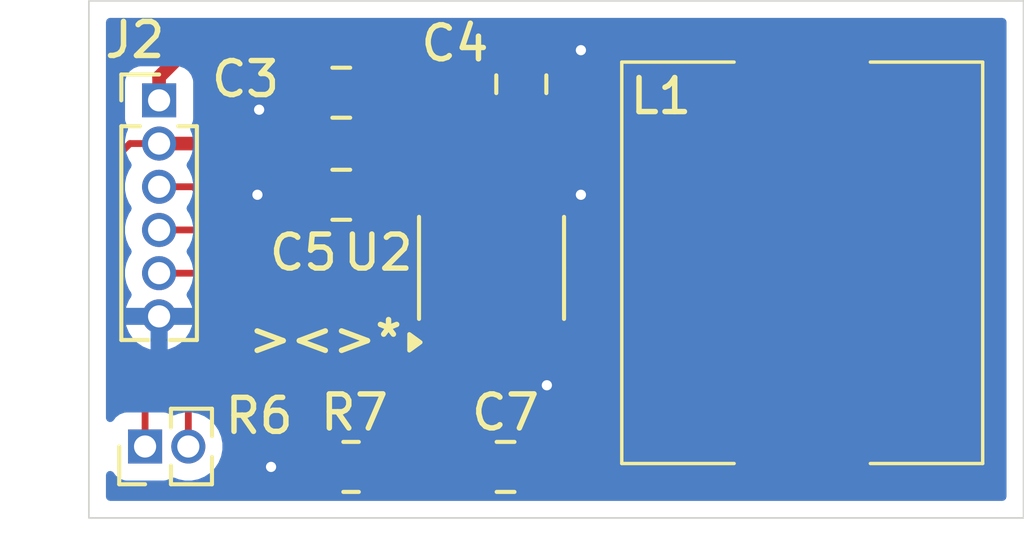
<source format=kicad_pcb>
(kicad_pcb (version 20241229) (generator "pcbnew") (generator_version "9.0")
  (layers (0 "F.Cu" signal) (2 "B.Cu" signal) (13 "F.Paste" user) (15 "B.Paste" user) (5 "F.SilkS" user "F.Silkscreen") (7 "B.SilkS" user "B.Silkscreen") (1 "F.Mask" user) (3 "B.Mask" user) (25 "Edge.Cuts" user))
  (net 0 "")
  (net 1 "GND")
  (net 2 "Net-(U2-AUX)")
  (net 3 "Net-(U2-LDO)")
  (net 4 "SHDN")
  (net 5 "Net-(U2-SWITCH)")
  (net 7 "VOUT")
  (net 8 "VIN")
  (net 9 "FB")
  (net 10 "MPPC")
  (footprint "Capacitor_SMD:C_0805_2012Metric_Pad1.18x1.45mm_HandSolder" (layer "F.Cu") (at 138.7125 93.5 180)
    (property "Reference" "C5" (at 1.1125 -1.7 0) (layer "F.SilkS") (effects (font (thickness 0.16))))
    (property "Value" "1u")
    (fp_line (start -0.261252 0.735) (end 0.261252 0.735) (stroke (width 0.12)) (layer "F.SilkS"))
    (fp_line (start -0.261252 -0.735) (end 0.261252 -0.735) (stroke (width 0.12)) (layer "F.SilkS"))
    (pad "1" smd roundrect (at -1.0375 0 180) (size 1.175 1.45) (layers "F.Cu" "F.Mask" "F.Paste") (roundrect_rratio 0.212766) (net 2 "Net-(U2-AUX)"))
    (pad "2" smd roundrect (at 1.0375 0 180) (size 1.175 1.45) (layers "F.Cu" "F.Mask" "F.Paste") (roundrect_rratio 0.212766) (net 1 "GND"))
  )
  (footprint "Capacitor_SMD:C_0805_2012Metric_Pad1.18x1.45mm_HandSolder" (layer "F.Cu") (at 138.7125 90.5)
    (property "Reference" "C3" (at -2.8125 -0.4 0) (layer "F.SilkS") (effects (font (thickness 0.16))))
    (property "Value" "100u")
    (fp_line (start -0.261252 -0.735) (end 0.261252 -0.735) (stroke (width 0.12)) (layer "F.SilkS"))
    (fp_line (start -0.261252 0.735) (end 0.261252 0.735) (stroke (width 0.12)) (layer "F.SilkS"))
    (pad "1" smd roundrect (at -1.0375 0) (size 1.175 1.45) (layers "F.Cu" "F.Mask" "F.Paste") (roundrect_rratio 0.212766) (net 1 "GND"))
    (pad "2" smd roundrect (at 1.0375 0) (size 1.175 1.45) (layers "F.Cu" "F.Mask" "F.Paste") (roundrect_rratio 0.212766) (net 7 "VOUT"))
  )
  (footprint "Connector_PinHeader_1.27mm:PinHeader_1x06_P1.27mm_Vertical" (layer "F.Cu") (at 133.362029 90.724865)
    (property "Reference" "J2" (at -0.712029 -1.774865 0) (layer "F.SilkS") (effects (font (thickness 0.16))))
    (property "Value" "Conn_01x06")
    (fp_line (start -1.11 -0.76) (end 0 -0.76) (stroke (width 0.12)) (layer "F.SilkS"))
    (fp_line (start -1.11 0) (end -1.11 -0.76) (stroke (width 0.12)) (layer "F.SilkS"))
    (fp_line (start -1.11 0.76) (end -1.11 7.045) (stroke (width 0.12)) (layer "F.SilkS"))
    (fp_line (start -1.11 0.76) (end -0.563471 0.76) (stroke (width 0.12)) (layer "F.SilkS"))
    (fp_line (start -1.11 7.045) (end -0.30753 7.045) (stroke (width 0.12)) (layer "F.SilkS"))
    (fp_line (start 0.30753 7.045) (end 1.11 7.045) (stroke (width 0.12)) (layer "F.SilkS"))
    (fp_line (start 0.563471 0.76) (end 1.11 0.76) (stroke (width 0.12)) (layer "F.SilkS"))
    (fp_line (start 1.11 0.76) (end 1.11 7.045) (stroke (width 0.12)) (layer "F.SilkS"))
    (pad "1" thru_hole rect (at 0 0) (size 1 1) (drill 0.65) (layers "*.Cu" "*.Mask") (net 8 "VIN"))
    (pad "2" thru_hole oval (at 0 1.27) (size 1 1) (drill 0.65) (layers "*.Cu" "*.Mask") (net 7 "VOUT"))
    (pad "3" thru_hole oval (at 0 2.54) (size 1 1) (drill 0.65) (layers "*.Cu" "*.Mask") (net 10 "MPPC"))
    (pad "4" thru_hole oval (at 0 3.81) (size 1 1) (drill 0.65) (layers "*.Cu" "*.Mask") (net 4 "SHDN"))
    (pad "5" thru_hole oval (at 0 5.08) (size 1 1) (drill 0.65) (layers "*.Cu" "*.Mask") (net 9 "FB"))
    (pad "6" thru_hole oval (at 0 6.35) (size 1 1) (drill 0.65) (layers "*.Cu" "*.Mask") (net 1 "GND"))
  )
  (footprint "Connector_PinHeader_1.27mm:PinHeader_1x02_P1.27mm_Vertical" (layer "F.Cu") (at 132.95 100.9 90)
    (property "Reference" "R6" (at 0.9 3.35 180) (layer "F.SilkS") (effects (font (thickness 0.16))))
    (property "Value" "910k")
    (fp_line (start -1.11 -0.76) (end 0 -0.76) (stroke (width 0.12)) (layer "F.SilkS"))
    (fp_line (start -1.11 0) (end -1.11 -0.76) (stroke (width 0.12)) (layer "F.SilkS"))
    (fp_line (start 1.11 0.76) (end 1.11 1.965) (stroke (width 0.12)) (layer "F.SilkS"))
    (fp_line (start 0.563471 0.76) (end 1.11 0.76) (stroke (width 0.12)) (layer "F.SilkS"))
    (fp_line (start -1.11 0.76) (end -0.563471 0.76) (stroke (width 0.12)) (layer "F.SilkS"))
    (fp_line (start -1.11 0.76) (end -1.11 1.965) (stroke (width 0.12)) (layer "F.SilkS"))
    (fp_line (start 0.30753 1.965) (end 1.11 1.965) (stroke (width 0.12)) (layer "F.SilkS"))
    (fp_line (start -1.11 1.965) (end -0.30753 1.965) (stroke (width 0.12)) (layer "F.SilkS"))
    (pad "1" thru_hole rect (at 0 0 90) (size 1 1) (drill 0.65) (layers "*.Cu" "*.Mask") (net 7 "VOUT"))
    (pad "2" thru_hole oval (at 0 1.27 90) (size 1 1) (drill 0.65) (layers "*.Cu" "*.Mask") (net 9 "FB"))
  )
  (footprint "Capacitor_SMD:C_0805_2012Metric_Pad1.18x1.45mm_HandSolder" (layer "F.Cu") (at 143.5375 101.5)
    (property "Reference" "C7" (at 0 -1.6 0) (layer "F.SilkS") (effects (font (thickness 0.16))))
    (property "Value" "4.7u")
    (fp_line (start -0.261252 -0.735) (end 0.261252 -0.735) (stroke (width 0.12)) (layer "F.SilkS"))
    (fp_line (start -0.261252 0.735) (end 0.261252 0.735) (stroke (width 0.12)) (layer "F.SilkS"))
    (pad "1" smd roundrect (at -1.0375 0) (size 1.175 1.45) (layers "F.Cu" "F.Mask" "F.Paste") (roundrect_rratio 0.212766) (net 3 "Net-(U2-LDO)"))
    (pad "2" smd roundrect (at 1.0375 0) (size 1.175 1.45) (layers "F.Cu" "F.Mask" "F.Paste") (roundrect_rratio 0.212766) (net 1 "GND"))
  )
  (footprint "Resistor_SMD:R_0805_2012Metric_Pad1.20x1.40mm_HandSolder" (layer "F.Cu") (at 139 101.5 180)
    (property "Reference" "R7" (at -0.1 1.6 0) (layer "F.SilkS") (effects (font (thickness 0.16))))
    (property "Value" "220k")
    (fp_line (start -0.227064 0.735) (end 0.227064 0.735) (stroke (width 0.12)) (layer "F.SilkS"))
    (fp_line (start -0.227064 -0.735) (end 0.227064 -0.735) (stroke (width 0.12)) (layer "F.SilkS"))
    (pad "1" smd roundrect (at -1 0 180) (size 1.2 1.4) (layers "F.Cu" "F.Mask" "F.Paste") (roundrect_rratio 0.208333) (net 9 "FB"))
    (pad "2" smd roundrect (at 1 0 180) (size 1.2 1.4) (layers "F.Cu" "F.Mask" "F.Paste") (roundrect_rratio 0.208333) (net 1 "GND"))
  )
  (footprint "Joule Thief-Library:Power_Inductor_101040" (layer "F.Cu") (at 152.25 95.5 -90)
    (property "Reference" "L1" (at -4.9 4.15 0) (layer "F.SilkS") (effects (font (thickness 0.16))))
    (property "Value" "10u")
    (fp_line (start -5.9 5.3) (end 5.9 5.3) (stroke (width 0.1)) (layer "F.SilkS"))
    (fp_line (start -5.9 2) (end -5.9 5.3) (stroke (width 0.1)) (layer "F.SilkS"))
    (fp_line (start 5.9 2) (end 5.9 5.3) (stroke (width 0.1)) (layer "F.SilkS"))
    (fp_line (start -5.9 -2) (end -5.9 -5.3) (stroke (width 0.1)) (layer "F.SilkS"))
    (fp_line (start 5.9 -2) (end 5.9 -5.3) (stroke (width 0.1)) (layer "F.SilkS"))
    (fp_line (start 5.9 -5.3) (end -5.9 -5.3) (stroke (width 0.1)) (layer "F.SilkS"))
    (pad "1" smd roundrect (at -4.75 0) (size 3.5 4) (layers "F.Cu" "F.Mask" "F.Paste") (roundrect_rratio 0.15) (net 8 "VIN"))
    (pad "2" smd roundrect (at 4.75 0) (size 3.5 4) (layers "F.Cu" "F.Mask" "F.Paste") (roundrect_rratio 0.15) (net 5 "Net-(U2-SWITCH)"))
  )
  (footprint "Capacitor_SMD:C_0805_2012Metric_Pad1.18x1.45mm_HandSolder" (layer "F.Cu") (at 144 90.25 90)
    (property "Reference" "C4" (at 1.2 -1.95 180) (layer "F.SilkS") (effects (font (thickness 0.16))))
    (property "Value" "10u")
    (fp_line (start -0.261252 -0.735) (end 0.261252 -0.735) (stroke (width 0.12)) (layer "F.SilkS"))
    (fp_line (start -0.261252 0.735) (end 0.261252 0.735) (stroke (width 0.12)) (layer "F.SilkS"))
    (pad "1" smd roundrect (at -1.0375 0 90) (size 1.175 1.45) (layers "F.Cu" "F.Mask" "F.Paste") (roundrect_rratio 0.212766) (net 8 "VIN"))
    (pad "2" smd roundrect (at 1.0375 0 90) (size 1.175 1.45) (layers "F.Cu" "F.Mask" "F.Paste") (roundrect_rratio 0.212766) (net 1 "GND"))
  )
  (footprint "Package_SO:MSOP-12_3x4.039mm_P0.65mm" (layer "F.Cu") (at 143.125 95.65 90)
    (property "Reference" "U2" (at 0.45 -3.325 180) (layer "F.SilkS") (effects (font (thickness 0.16))))
    (property "Value" "LTC3105xMS")
    (fp_line (start 0 -2.1295) (end 1.5 -2.1295) (stroke (width 0.12)) (layer "F.SilkS"))
    (fp_line (start 0 -2.1295) (end -1.5 -2.1295) (stroke (width 0.12)) (layer "F.SilkS"))
    (fp_line (start 0 2.1295) (end 1.5 2.1295) (stroke (width 0.12)) (layer "F.SilkS"))
    (fp_line (start 0 2.1295) (end -1.5 2.1295) (stroke (width 0.12)) (layer "F.SilkS"))
    (fp_poly (pts (xy -2.1875 -2.085) (xy -2.4275 -2.415) (xy -1.9475 -2.415) (xy -2.1875 -2.085)) (stroke (width 0.12)) (fill yes) (layer "F.SilkS"))
    (pad "1" smd roundrect (at -2.15 -1.625 90) (size 1.45 0.4) (layers "F.Cu" "F.Mask" "F.Paste") (net 9 "FB"))
    (pad "2" smd roundrect (at -2.15 -0.975 90) (size 1.45 0.4) (layers "F.Cu" "F.Mask" "F.Paste") (net 3 "Net-(U2-LDO)"))
    (pad "3" smd roundrect (at -2.15 -0.325 90) (size 1.45 0.4) (layers "F.Cu" "F.Mask" "F.Paste") (net 1 "GND"))
    (pad "4" smd roundrect (at -2.15 0.325 90) (size 1.45 0.4) (layers "F.Cu" "F.Mask" "F.Paste") (net 4 "SHDN"))
    (pad "5" smd roundrect (at -2.15 0.975 90) (size 1.45 0.4) (layers "F.Cu" "F.Mask" "F.Paste") (net 10 "MPPC"))
    (pad "6" smd roundrect (at -2.15 1.625 90) (size 1.45 0.4) (layers "F.Cu" "F.Mask" "F.Paste") (net 1 "GND"))
    (pad "7" smd roundrect (at 2.15 1.625 90) (size 1.45 0.4) (layers "F.Cu" "F.Mask" "F.Paste") (net 1 "GND"))
    (pad "8" smd roundrect (at 2.15 0.975 90) (size 1.45 0.4) (layers "F.Cu" "F.Mask" "F.Paste") (net 8 "VIN"))
    (pad "9" smd roundrect (at 2.15 0.325 90) (size 1.45 0.4) (layers "F.Cu" "F.Mask" "F.Paste") (net 5 "Net-(U2-SWITCH)"))
    (pad "10" smd roundrect (at 2.15 -0.325 90) (size 1.45 0.4) (layers "F.Cu" "F.Mask" "F.Paste"))
    (pad "11" smd roundrect (at 2.15 -0.975 90) (size 1.45 0.4) (layers "F.Cu" "F.Mask" "F.Paste") (net 7 "VOUT"))
    (pad "12" smd roundrect (at 2.15 -1.625 90) (size 1.45 0.4) (layers "F.Cu" "F.Mask" "F.Paste") (net 2 "Net-(U2-AUX)"))
  )
  (gr_rect (start 131.3 87.8) (end 158.75 103) (stroke (width 0.05)) (fill no) (layer "Edge.Cuts"))
  (gr_text "><>*" (at 135.9 98.3 0) (layer "F.SilkS") (effects (font (size 1 1) (thickness 0.16)) (justify left bottom)))
  (segment (start 142.8 98.9) (end 143 99.1) (width 0.4) (layer "F.Cu") (net 1))
  (segment (start 144.575 101.5) (end 144.75 101.325) (width 0.2) (layer "F.Cu") (net 1))
  (segment (start 138 101.5) (end 136.65 101.5) (width 0.4) (layer "F.Cu") (net 1))
  (segment (start 133.55 97.262836) (end 133.362029 97.074865) (width 0.2) (layer "F.Cu") (net 1))
  (segment (start 137.675 90.5) (end 137.425 90.75) (width 0.2) (layer "F.Cu") (net 1))
  (segment (start 144 89.2125) (end 144.0375 89.25) (width 0.2) (layer "F.Cu") (net 1))
  (segment (start 142.8 97.8) (end 142.8 98.9) (width 0.4) (layer "F.Cu") (net 1))
  (segment (start 144.75 99.25) (end 144.75 99.1) (width 0.2) (layer "F.Cu") (net 1))
  (segment (start 144.0375 89.25) (end 145.75 89.25) (width 0.4) (layer "F.Cu") (net 1))
  (segment (start 144.75 99.1) (end 144.75 97.8) (width 0.4) (layer "F.Cu") (net 1))
  (segment (start 144.75 101.325) (end 144.75 99.25) (width 0.4) (layer "F.Cu") (net 1))
  (segment (start 136.6 91) (end 136.3 91) (width 0.2) (layer "F.Cu") (net 1))
  (segment (start 137.675 90.5) (end 137.175 91) (width 0.2) (layer "F.Cu") (net 1))
  (segment (start 143 99.1) (end 144.75 99.1) (width 0.4) (layer "F.Cu") (net 1))
  (segment (start 137.675 93.5) (end 136.25 93.5) (width 0.4) (layer "F.Cu") (net 1))
  (segment (start 137.175 91) (end 136.6 91) (width 0.4) (layer "F.Cu") (net 1))
  (segment (start 144.75 93.5) (end 145.75 93.5) (width 0.4) (layer "F.Cu") (net 1))
  (via (at 136.3 91) (size 0.6) (drill 0.3) (layers "F.Cu" "B.Cu") (net 1))
  (via (at 144.75 99.1) (size 0.6) (drill 0.3) (layers "F.Cu" "B.Cu") (net 1))
  (via (at 145.75 93.5) (size 0.6) (drill 0.3) (layers "F.Cu" "B.Cu") (net 1))
  (via (at 136.25 93.5) (size 0.6) (drill 0.3) (layers "F.Cu" "B.Cu") (net 1))
  (via (at 145.75 89.25) (size 0.6) (drill 0.3) (layers "F.Cu" "B.Cu") (net 1))
  (via (at 136.65 101.5) (size 0.6) (drill 0.3) (layers "F.Cu" "B.Cu") (net 1))
  (segment (start 139.75 93.5) (end 141.5 93.5) (width 0.3) (layer "F.Cu") (net 2))
  (segment (start 142.15 101.15) (end 142.15 97.8) (width 0.2) (layer "F.Cu") (net 3))
  (segment (start 142.5 101.5) (end 142.15 101.15) (width 0.2) (layer "F.Cu") (net 3))
  (segment (start 134.984865 94.534865) (end 137.01 96.56) (width 0.2) (layer "F.Cu") (net 4))
  (segment (start 133.362029 94.534865) (end 134.984865 94.534865) (width 0.2) (layer "F.Cu") (net 4))
  (segment (start 137.01 96.56) (end 143.26 96.56) (width 0.2) (layer "F.Cu") (net 4))
  (segment (start 143.26 96.56) (end 143.45 96.75) (width 0.2) (layer "F.Cu") (net 4))
  (segment (start 143.45 96.75) (end 143.45 97.8) (width 0.2) (layer "F.Cu") (net 4))
  (segment (start 143.45 94.95) (end 143.45 93.5) (width 0.4) (layer "F.Cu") (net 5))
  (segment (start 144.5 96) (end 143.45 94.95) (width 0.4) (layer "F.Cu") (net 5))
  (segment (start 152.25 96.75) (end 151.5 96) (width 0.4) (layer "F.Cu") (net 5))
  (segment (start 152.25 100.25) (end 152.25 96.75) (width 0.4) (layer "F.Cu") (net 5))
  (segment (start 151.5 96) (end 144.5 96) (width 0.4) (layer "F.Cu") (net 5))
  (segment (start 141.65 91.15) (end 142.15 91.65) (width 0.4) (layer "F.Cu") (net 7))
  (segment (start 141 90.5) (end 141.65 91.15) (width 0.4) (layer "F.Cu") (net 7))
  (segment (start 132.05 98.65) (end 132.95 99.55) (width 0.2) (layer "F.Cu") (net 7))
  (segment (start 142.15 91.65) (end 142.15 93.5) (width 0.4) (layer "F.Cu") (net 7))
  (segment (start 136.494865 91.994865) (end 136.5 92) (width 0.4) (layer "F.Cu") (net 7))
  (segment (start 136.5 92) (end 140.8 92) (width 0.4) (layer "F.Cu") (net 7))
  (segment (start 139.75 90.5) (end 140 90.75) (width 0.2) (layer "F.Cu") (net 7))
  (segment (start 132.505135 91.994865) (end 132.05 92.45) (width 0.2) (layer "F.Cu") (net 7))
  (segment (start 139.75 90.5) (end 141 90.5) (width 0.4) (layer "F.Cu") (net 7))
  (segment (start 132.05 92.45) (end 132.05 98.65) (width 0.2) (layer "F.Cu") (net 7))
  (segment (start 133.362029 91.994865) (end 136.494865 91.994865) (width 0.4) (layer "F.Cu") (net 7))
  (segment (start 140.8 92) (end 141.65 91.15) (width 0.4) (layer "F.Cu") (net 7))
  (segment (start 132.95 99.55) (end 132.95 100.9) (width 0.2) (layer "F.Cu") (net 7))
  (segment (start 133.362029 91.994865) (end 132.505135 91.994865) (width 0.2) (layer "F.Cu") (net 7))
  (segment (start 134.5 88.9) (end 133.362029 90.037971) (width 0.4) (layer "F.Cu") (net 8))
  (segment (start 144.6875 95.25) (end 151.5 95.25) (width 0.4) (layer "F.Cu") (net 8))
  (segment (start 144.1 93.5) (end 144.1 91.3875) (width 0.4) (layer "F.Cu") (net 8))
  (segment (start 142.7875 91.2875) (end 144 91.2875) (width 0.4) (layer "F.Cu") (net 8))
  (segment (start 144.1 93.5) (end 144.1 94.6625) (width 0.4) (layer "F.Cu") (net 8))
  (segment (start 134.5 88.9) (end 140.4 88.9) (width 0.4) (layer "F.Cu") (net 8))
  (segment (start 133.362029 90.724865) (end 133.25 90.612836) (width 0.4) (layer "F.Cu") (net 8))
  (segment (start 144.1 91.3875) (end 144 91.2875) (width 0.4) (layer "F.Cu") (net 8))
  (segment (start 133.362029 90.037971) (end 133.362029 90.724865) (width 0.4) (layer "F.Cu") (net 8))
  (segment (start 140.4 88.9) (end 142.7875 91.2875) (width 0.4) (layer "F.Cu") (net 8))
  (segment (start 152.25 94.5) (end 152.25 90.75) (width 0.4) (layer "F.Cu") (net 8))
  (segment (start 144.1 94.6625) (end 144.6875 95.25) (width 0.4) (layer "F.Cu") (net 8))
  (segment (start 151.5 95.25) (end 152.25 94.5) (width 0.4) (layer "F.Cu") (net 8))
  (segment (start 144 91.2875) (end 143.9625 91.325) (width 0.2) (layer "F.Cu") (net 8))
  (segment (start 134.22 100.9) (end 134.22 99.48) (width 0.2) (layer "F.Cu") (net 9))
  (segment (start 140.9 101.5) (end 140 101.5) (width 0.2) (layer "F.Cu") (net 9))
  (segment (start 135.35 96.05) (end 135.35 99) (width 0.2) (layer "F.Cu") (net 9))
  (segment (start 135.35 99) (end 138 99) (width 0.2) (layer "F.Cu") (net 9))
  (segment (start 141.45 99) (end 138 99) (width 0.2) (layer "F.Cu") (net 9))
  (segment (start 134.7 99) (end 135.35 99) (width 0.2) (layer "F.Cu") (net 9))
  (segment (start 134.22 99.48) (end 134.7 99) (width 0.2) (layer "F.Cu") (net 9))
  (segment (start 141.5 100.9) (end 140.9 101.5) (width 0.2) (layer "F.Cu") (net 9))
  (segment (start 141.5 97.8) (end 141.5 100.9) (width 0.2) (layer "F.Cu") (net 9))
  (segment (start 135.104865 95.804865) (end 135.35 96.05) (width 0.2) (layer "F.Cu") (net 9))
  (segment (start 133.362029 95.804865) (end 135.104865 95.804865) (width 0.2) (layer "F.Cu") (net 9))
  (segment (start 133.362029 95.804865) (end 133.45 95.892836) (width 0.2) (layer "F.Cu") (net 9))
  (segment (start 144.1 96.7) (end 144.1 97.8) (width 0.2) (layer "F.Cu") (net 10))
  (segment (start 133.362029 93.264865) (end 134.364865 93.264865) (width 0.2) (layer "F.Cu") (net 10))
  (segment (start 143.5 96.1) (end 144.1 96.7) (width 0.2) (layer "F.Cu") (net 10))
  (segment (start 137.2 96.1) (end 143.5 96.1) (width 0.2) (layer "F.Cu") (net 10))
  (segment (start 134.364865 93.264865) (end 137.2 96.1) (width 0.2) (layer "F.Cu") (net 10))
  (zone (net 1) (net_name "GND") (layer "B.Cu") (connect_pads (clearance 0.5)) (min_thickness 0.25) (fill yes (thermal_gap 0.5) (thermal_bridge_width 0.5))
    (polygon (pts (xy 158.75 103) (xy 131.3 103) (xy 131.3 87.85) (xy 158.75 87.85)))
  )
)
</source>
